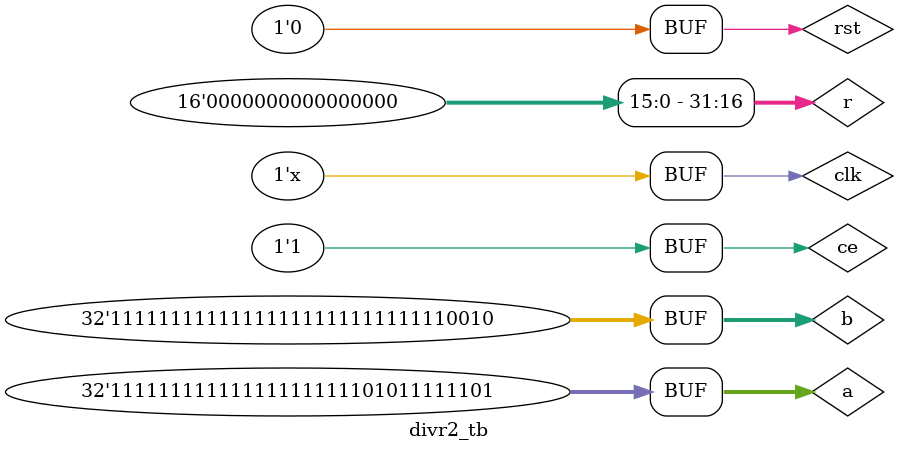
<source format=sv>

module divr2(rst, clk, ce, ld, su, ri, a, b, i, q, r, divByZero, done);
parameter WID = 32;
parameter IDLE = 3'd0;
parameter DIV = 3'd1;
parameter SGN = 3'd2;
input rst;
input clk;
input ce;				// clock enable
input ld;				// pulse to initiate divide
input su;				// 1=signed or 0=unsigned
input ri;				// port: 1=register  or 0=immediate
input [WID-1:0] a;		// dividend
input [WID/2-1:0] b;	// divisor: register port input
input [WID/2-1:0] i;	// divisor: immediate value port input
output [WID-1:0] q;		// quotient
output [WID/2-1:0] r;	// remainder
output divByZero;
output done;			// =1 if divide is finished
localparam DMSB = WID-1;

reg [7:0] cnt;			// iteration count

reg [1:0] ad;
reg [WID/2:0] r0;
reg [WID-1:0] q0;
reg [WID-1:0] aa;
reg [WID/2-1:0] bb;
reg [WID-1:0] q;
reg [WID/2-1:0] r;

wire b0 = bb <= r0[WID/2-1:0];
wire [WID/2:0] dif = r0[WID/2-1:0] - bb;
reg [2:0] state;
reg divByZero;

always_ff @(posedge clk)
if (rst) begin
	cnt <= 8'd0;
	state <= IDLE;
	divByZero <= 1'b0;
	q <= {WID{1'b0}};
	r <= {WID/2{1'b0}};
	r0 <= {WID/2+1{1'b0}};
	q0 <= {WID{1'b0}};
end
else if (ce) begin
	if (ld) begin
		state <= DIV;
		cnt <= 8'd0;
		r0 <= {WID/2+1{1'b0}};
		if (su) begin
			q0 <= a[WID-1] ? -a : a;
			bb <= ri ? (b[WID/2-1] ? -b : b) : (i[WID/2-1] ? -i : i);
		end
		else begin
			q0 <= a;
			bb <= ri ? b : i;
		end
		divByZero <= b=={WID/2{1'b0}};
		if (b=={WID/2{1'b0}}) begin
			q <= {WID-1{1'b1}};
			state <= IDLE;
		end
	end
case(state)
IDLE:	;
DIV:
	if (cnt <= WID) begin
		cnt <= cnt + 8'd1;
		q0[0] <= b0;//~dif[WID/2-1];
		q0[WID-1:1] <= q0[WID-2:0];
		r0[0] <= q0[WID-1];
		if (b0)
			r0[WID/2:1] <= dif[WID/2-1:0];
		else
			r0[WID/2:1] <= r0  [WID/2-1:0];
	end
	else
		state <= SGN;
SGN:
	begin
		if (a[WID-1]^b[WID/2-1] && su)
			q <= -q0;
		else
			q <= q0;
		if (a[WID-1] & su)
			r <= -r0[WID/2:1];
		else
			r <= r0[WID/2:1];
		state <= IDLE;
	end
default:
	state <= IDLE;
endcase
end

assign done = state==IDLE;

endmodule


module divr2_tb();

reg rst;
reg clk;
reg ld;
reg [6:0] cnt;

wire ce = 1'b1;
wire [31:0] a = -32'd1283;
wire [31:0] b = -32'd14;
wire [31:0] q;
wire [31:0] r;
wire done;

initial begin
	clk = 1;
	rst = 0;
	#100 rst = 1;
	#100 rst = 0;
end

always #10 clk = ~clk;	//  50 MHz

always_ff @(posedge clk)
	if (rst)
		cnt <= 0;
	else begin
		ld <= 0;
		cnt <= cnt + 1;
		if (cnt == 3)
			ld <= 1;
		$display("ld=%b q=%h r=%h done=%b", ld, q, r, done);
	end


divr2 divu0(.rst(rst), .clk(clk), .ce(ce), .ld(ld), .su(1'b1), .ri(1'b0), .a(a), .b(b), .i(b), .q(q), .r(r), .divByZero(), .done(done) );

endmodule




</source>
